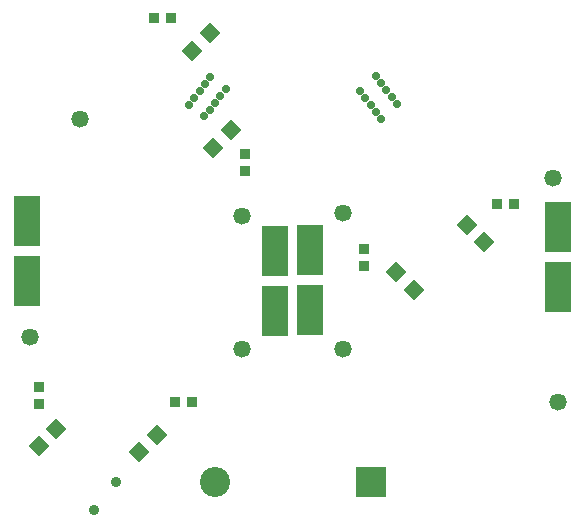
<source format=gbs>
%TF.GenerationSoftware,Altium Limited,Altium Designer,23.1.1 (15)*%
G04 Layer_Color=16711935*
%FSLAX42Y42*%
%MOMM*%
%TF.SameCoordinates,B28E977E-5D45-45F3-9009-D632A0DEB075*%
%TF.FilePolarity,Negative*%
%TF.FileFunction,Soldermask,Bot*%
%TF.Part,Single*%
G01*
G75*
%TA.AperFunction,SMDPad,CuDef*%
%ADD13R,0.96X0.94*%
%ADD15P,1.70X4X360.0*%
%ADD16P,1.70X4X90.0*%
%ADD17R,0.94X0.96*%
%TA.AperFunction,ComponentPad*%
%ADD22C,0.90*%
%TA.AperFunction,SMDPad,CuDef*%
%ADD29R,2.20X4.20*%
%TA.AperFunction,ComponentPad*%
%ADD30C,2.55*%
%ADD31R,2.55X2.55*%
%TA.AperFunction,ViaPad*%
%ADD32C,0.70*%
%ADD33C,1.47*%
D13*
X250Y1400D02*
D03*
Y1257D02*
D03*
X3000Y2572D02*
D03*
Y2428D02*
D03*
X2000Y3228D02*
D03*
Y3372D02*
D03*
D15*
X3876Y2774D02*
D03*
X4024Y2626D02*
D03*
X3276Y2374D02*
D03*
X3424Y2226D02*
D03*
D16*
X1101Y851D02*
D03*
X1249Y999D02*
D03*
X252Y902D02*
D03*
X400Y1050D02*
D03*
X1699Y4399D02*
D03*
X1551Y4251D02*
D03*
X1726Y3426D02*
D03*
X1874Y3574D02*
D03*
D17*
X1547Y1275D02*
D03*
X1403D02*
D03*
X1228Y4525D02*
D03*
X1372D02*
D03*
X4272Y2950D02*
D03*
X4128D02*
D03*
D22*
X900Y600D02*
D03*
X719Y360D02*
D03*
D29*
X150Y2808D02*
D03*
Y2300D02*
D03*
X4650Y2758D02*
D03*
Y2250D02*
D03*
X2250Y2042D02*
D03*
Y2550D02*
D03*
X2550Y2050D02*
D03*
Y2558D02*
D03*
D30*
X1740Y600D02*
D03*
D31*
X3060D02*
D03*
D32*
X3287Y3797D02*
D03*
X3241Y3858D02*
D03*
X3193Y3917D02*
D03*
X3150Y3975D02*
D03*
X3107Y4033D02*
D03*
X1832Y3925D02*
D03*
X1786Y3867D02*
D03*
X1743Y3808D02*
D03*
X1700Y3750D02*
D03*
X1652Y3694D02*
D03*
X2970Y3906D02*
D03*
X3015Y3848D02*
D03*
X3059Y3789D02*
D03*
X3102Y3731D02*
D03*
X3150Y3675D02*
D03*
X1520Y3789D02*
D03*
X1565Y3850D02*
D03*
X1614Y3908D02*
D03*
X1657Y3967D02*
D03*
X1700Y4025D02*
D03*
D33*
X2825Y1725D02*
D03*
Y2875D02*
D03*
X1975Y1725D02*
D03*
Y2850D02*
D03*
X600Y3675D02*
D03*
X175Y1825D02*
D03*
X4650Y1275D02*
D03*
X4600Y3175D02*
D03*
%TF.MD5,b3a9ab5e352a1eab6767e868972fd8ee*%
M02*

</source>
